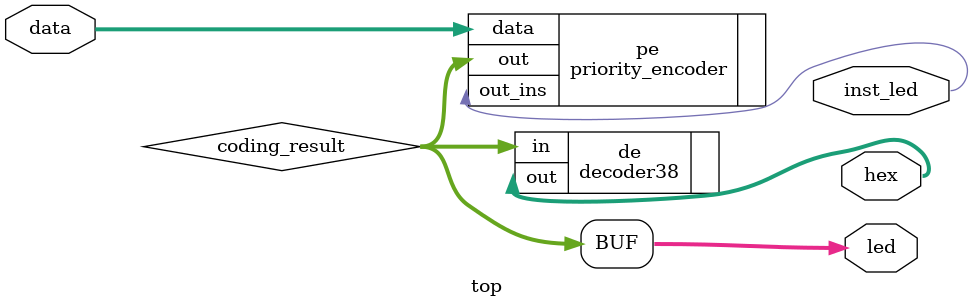
<source format=v>
module top(
		input [7:0] data,
		output reg [2:0] led,
		output reg [7:0] hex,
		output reg inst_led
		);

		reg [2:0] coding_result;
		
		priority_encoder pe(
				.data(data),
				.out(coding_result),
				.out_ins(inst_led)	//指示
				);

		decoder38 de(
				.in(coding_result),
				.out(hex)
				);

		always @(*)
			led = coding_result;

endmodule

</source>
